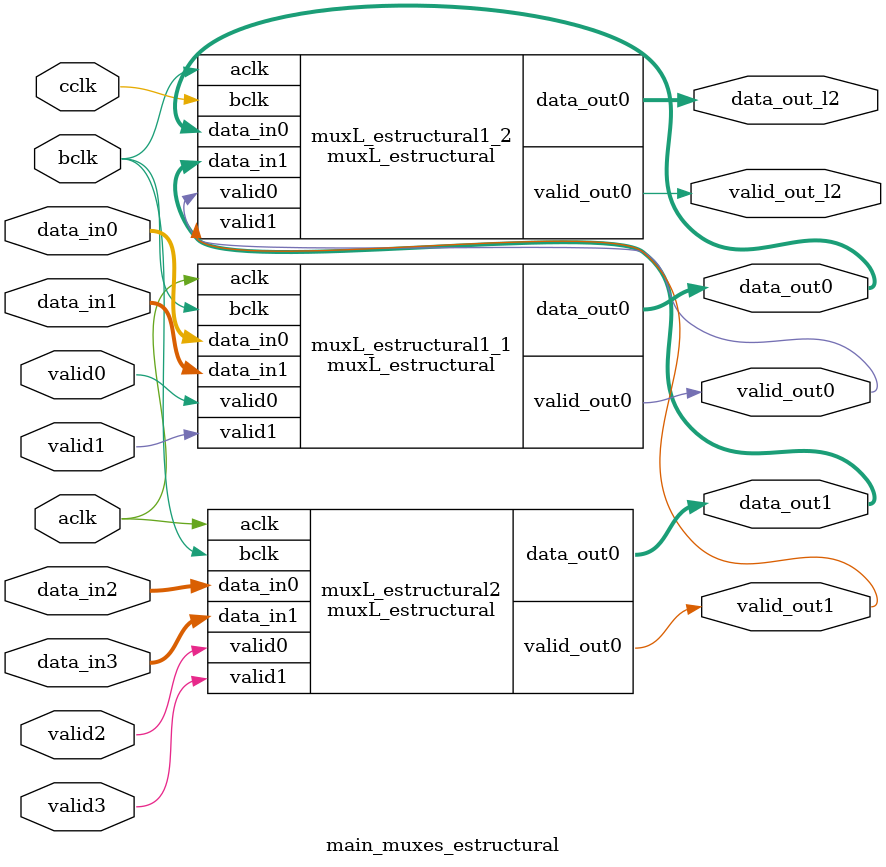
<source format=v>
/* Generated by Yosys 0.7 (git sha1 61f6811, gcc 6.2.0-11ubuntu1 -O2 -fdebug-prefix-map=/build/yosys-OIL3SR/yosys-0.7=. -fstack-protector-strong -fPIC -Os) */

(* top =  1  *)
(* src = "main_muxes.v:4" *)
module main_muxes_estructural(aclk, bclk, cclk, valid0, valid1, valid2, valid3, data_in0, data_in1, data_in2, data_in3, data_out_l2, data_out0, data_out1, valid_out_l2, valid_out0, valid_out1);
  (* src = "main_muxes.v:5" *)
  input aclk;
  (* src = "main_muxes.v:5" *)
  input bclk;
  (* src = "main_muxes.v:5" *)
  input cclk;
  (* src = "main_muxes.v:6" *)
  input [7:0] data_in0;
  (* src = "main_muxes.v:6" *)
  input [7:0] data_in1;
  (* src = "main_muxes.v:6" *)
  input [7:0] data_in2;
  (* src = "main_muxes.v:6" *)
  input [7:0] data_in3;
  (* src = "main_muxes.v:7" *)
  output [7:0] data_out0;
  (* src = "main_muxes.v:7" *)
  output [7:0] data_out1;
  (* src = "main_muxes.v:7" *)
  output [7:0] data_out_l2;
  (* src = "main_muxes.v:5" *)
  input valid0;
  (* src = "main_muxes.v:5" *)
  input valid1;
  (* src = "main_muxes.v:5" *)
  input valid2;
  (* src = "main_muxes.v:5" *)
  input valid3;
  (* src = "main_muxes.v:8" *)
  output valid_out0;
  (* src = "main_muxes.v:8" *)
  output valid_out1;
  (* src = "main_muxes.v:8" *)
  output valid_out_l2;
  (* src = "main_muxes.v:13" *)
  muxL_estructural muxL_estructural1_1 (
    .aclk(aclk),
    .bclk(bclk),
    .data_in0(data_in0),
    .data_in1(data_in1),
    .data_out0(data_out0),
    .valid0(valid0),
    .valid1(valid1),
    .valid_out0(valid_out0)
  );
  (* src = "main_muxes.v:35" *)
  muxL_estructural muxL_estructural1_2 (
    .aclk(bclk),
    .bclk(cclk),
    .data_in0(data_out0),
    .data_in1(data_out1),
    .data_out0(data_out_l2),
    .valid0(valid_out0),
    .valid1(valid_out1),
    .valid_out0(valid_out_l2)
  );
  (* src = "main_muxes.v:24" *)
  muxL_estructural muxL_estructural2 (
    .aclk(aclk),
    .bclk(bclk),
    .data_in0(data_in2),
    .data_in1(data_in3),
    .data_out0(data_out1),
    .valid0(valid2),
    .valid1(valid3),
    .valid_out0(valid_out1)
  );
endmodule

(* src = "muxL_estructural2.v:1" *)
module muxL_estructural(aclk, bclk, valid0, valid1, data_in0, data_in1, valid_out0, data_out0);
  (* src = "muxL_estructural2.v:15" *)
  wire [7:0] _00_;
  (* src = "muxL_estructural2.v:15" *)
  wire _01_;
  wire _02_;
  wire _03_;
  wire _04_;
  wire _05_;
  wire _06_;
  wire _07_;
  wire _08_;
  wire _09_;
  wire _10_;
  wire _11_;
  wire _12_;
  wire _13_;
  wire _14_;
  wire _15_;
  wire _16_;
  wire _17_;
  wire _18_;
  wire _19_;
  wire _20_;
  wire _21_;
  wire _22_;
  wire _23_;
  wire _24_;
  (* src = "muxL_estructural2.v:2" *)
  input aclk;
  (* src = "muxL_estructural2.v:3" *)
  input bclk;
  (* src = "muxL_estructural2.v:6" *)
  input [7:0] data_in0;
  (* src = "muxL_estructural2.v:7" *)
  input [7:0] data_in1;
  (* src = "muxL_estructural2.v:9" *)
  output [7:0] data_out0;
  (* src = "muxL_estructural2.v:4" *)
  input valid0;
  (* src = "muxL_estructural2.v:5" *)
  input valid1;
  (* src = "muxL_estructural2.v:8" *)
  output valid_out0;
  NOT _25_ (
    .A(aclk),
    .Y(_02_)
  );
  NAND _26_ (
    .A(_02_),
    .B(valid1),
    .Y(_03_)
  );
  NAND _27_ (
    .A(aclk),
    .B(valid0),
    .Y(_04_)
  );
  NAND _28_ (
    .A(_04_),
    .B(_03_),
    .Y(_01_)
  );
  NOT _29_ (
    .A(valid1),
    .Y(_05_)
  );
  NOR _30_ (
    .A(aclk),
    .B(_05_),
    .Y(_06_)
  );
  NAND _31_ (
    .A(_06_),
    .B(data_in1[0]),
    .Y(_07_)
  );
  NOT _32_ (
    .A(valid0),
    .Y(_08_)
  );
  NOR _33_ (
    .A(_02_),
    .B(_08_),
    .Y(_09_)
  );
  NAND _34_ (
    .A(_09_),
    .B(data_in0[0]),
    .Y(_10_)
  );
  NAND _35_ (
    .A(_10_),
    .B(_07_),
    .Y(_00_[0])
  );
  NAND _36_ (
    .A(_06_),
    .B(data_in1[1]),
    .Y(_11_)
  );
  NAND _37_ (
    .A(_09_),
    .B(data_in0[1]),
    .Y(_12_)
  );
  NAND _38_ (
    .A(_12_),
    .B(_11_),
    .Y(_00_[1])
  );
  NAND _39_ (
    .A(_06_),
    .B(data_in1[2]),
    .Y(_13_)
  );
  NAND _40_ (
    .A(_09_),
    .B(data_in0[2]),
    .Y(_14_)
  );
  NAND _41_ (
    .A(_14_),
    .B(_13_),
    .Y(_00_[2])
  );
  NAND _42_ (
    .A(_06_),
    .B(data_in1[3]),
    .Y(_15_)
  );
  NAND _43_ (
    .A(_09_),
    .B(data_in0[3]),
    .Y(_16_)
  );
  NAND _44_ (
    .A(_16_),
    .B(_15_),
    .Y(_00_[3])
  );
  NAND _45_ (
    .A(_06_),
    .B(data_in1[4]),
    .Y(_17_)
  );
  NAND _46_ (
    .A(_09_),
    .B(data_in0[4]),
    .Y(_18_)
  );
  NAND _47_ (
    .A(_18_),
    .B(_17_),
    .Y(_00_[4])
  );
  NAND _48_ (
    .A(_06_),
    .B(data_in1[5]),
    .Y(_19_)
  );
  NAND _49_ (
    .A(_09_),
    .B(data_in0[5]),
    .Y(_20_)
  );
  NAND _50_ (
    .A(_20_),
    .B(_19_),
    .Y(_00_[5])
  );
  NAND _51_ (
    .A(_06_),
    .B(data_in1[6]),
    .Y(_21_)
  );
  NAND _52_ (
    .A(_09_),
    .B(data_in0[6]),
    .Y(_22_)
  );
  NAND _53_ (
    .A(_22_),
    .B(_21_),
    .Y(_00_[6])
  );
  NAND _54_ (
    .A(_06_),
    .B(data_in1[7]),
    .Y(_23_)
  );
  NAND _55_ (
    .A(_09_),
    .B(data_in0[7]),
    .Y(_24_)
  );
  NAND _56_ (
    .A(_24_),
    .B(_23_),
    .Y(_00_[7])
  );
  DFF _57_ (
    .C(bclk),
    .D(_01_),
    .Q(valid_out0)
  );
  DFF _58_ (
    .C(bclk),
    .D(_00_[0]),
    .Q(data_out0[0])
  );
  DFF _59_ (
    .C(bclk),
    .D(_00_[1]),
    .Q(data_out0[1])
  );
  DFF _60_ (
    .C(bclk),
    .D(_00_[2]),
    .Q(data_out0[2])
  );
  DFF _61_ (
    .C(bclk),
    .D(_00_[3]),
    .Q(data_out0[3])
  );
  DFF _62_ (
    .C(bclk),
    .D(_00_[4]),
    .Q(data_out0[4])
  );
  DFF _63_ (
    .C(bclk),
    .D(_00_[5]),
    .Q(data_out0[5])
  );
  DFF _64_ (
    .C(bclk),
    .D(_00_[6]),
    .Q(data_out0[6])
  );
  DFF _65_ (
    .C(bclk),
    .D(_00_[7]),
    .Q(data_out0[7])
  );
endmodule

</source>
